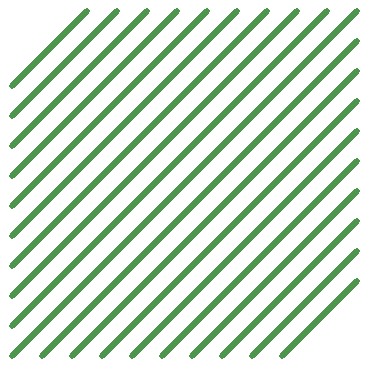
<source format=gbr>
G04 #@! TF.GenerationSoftware,KiCad,Pcbnew,(5.1.2)-1*
G04 #@! TF.CreationDate,2020-03-13T00:19:03-07:00*
G04 #@! TF.ProjectId,progrmmable-load,70726f67-726d-46d6-9162-6c652d6c6f61,rev?*
G04 #@! TF.SameCoordinates,Original*
G04 #@! TF.FileFunction,Legend,Bot*
G04 #@! TF.FilePolarity,Positive*
%FSLAX46Y46*%
G04 Gerber Fmt 4.6, Leading zero omitted, Abs format (unit mm)*
G04 Created by KiCad (PCBNEW (5.1.2)-1) date 2020-03-13 00:19:03*
%MOMM*%
%LPD*%
G04 APERTURE LIST*
%ADD10C,0.508000*%
G04 APERTURE END LIST*
D10*
X144780000Y-111125000D02*
X151130000Y-104775000D01*
X144780000Y-113665000D02*
X151130000Y-107315000D01*
X144780000Y-116205000D02*
X151130000Y-109855000D01*
X144780000Y-118745000D02*
X151130000Y-112395000D01*
X144780000Y-121285000D02*
X151130000Y-114935000D01*
X144780000Y-123825000D02*
X151130000Y-117475000D01*
X144780000Y-126365000D02*
X151130000Y-120015000D01*
X144780000Y-128905000D02*
X151130000Y-122555000D01*
X144780000Y-131445000D02*
X151130000Y-125095000D01*
X144780000Y-133985000D02*
X151130000Y-127635000D01*
X142240000Y-111125000D02*
X148590000Y-104775000D01*
X142240000Y-113665000D02*
X148590000Y-107315000D01*
X142240000Y-116205000D02*
X148590000Y-109855000D01*
X142240000Y-118745000D02*
X148590000Y-112395000D01*
X142240000Y-121285000D02*
X148590000Y-114935000D01*
X142240000Y-123825000D02*
X148590000Y-117475000D01*
X142240000Y-126365000D02*
X148590000Y-120015000D01*
X142240000Y-128905000D02*
X148590000Y-122555000D01*
X142240000Y-131445000D02*
X148590000Y-125095000D01*
X142240000Y-133985000D02*
X148590000Y-127635000D01*
X139700000Y-111125000D02*
X146050000Y-104775000D01*
X139700000Y-113665000D02*
X146050000Y-107315000D01*
X139700000Y-116205000D02*
X146050000Y-109855000D01*
X139700000Y-118745000D02*
X146050000Y-112395000D01*
X139700000Y-121285000D02*
X146050000Y-114935000D01*
X139700000Y-123825000D02*
X146050000Y-117475000D01*
X139700000Y-126365000D02*
X146050000Y-120015000D01*
X139700000Y-128905000D02*
X146050000Y-122555000D01*
X139700000Y-131445000D02*
X146050000Y-125095000D01*
X139700000Y-133985000D02*
X146050000Y-127635000D01*
X137160000Y-111125000D02*
X143510000Y-104775000D01*
X137160000Y-113665000D02*
X143510000Y-107315000D01*
X137160000Y-116205000D02*
X143510000Y-109855000D01*
X137160000Y-118745000D02*
X143510000Y-112395000D01*
X137160000Y-121285000D02*
X143510000Y-114935000D01*
X137160000Y-123825000D02*
X143510000Y-117475000D01*
X137160000Y-126365000D02*
X143510000Y-120015000D01*
X137160000Y-128905000D02*
X143510000Y-122555000D01*
X137160000Y-131445000D02*
X143510000Y-125095000D01*
X137160000Y-133985000D02*
X143510000Y-127635000D01*
X134620000Y-111125000D02*
X140970000Y-104775000D01*
X134620000Y-113665000D02*
X140970000Y-107315000D01*
X134620000Y-116205000D02*
X140970000Y-109855000D01*
X134620000Y-118745000D02*
X140970000Y-112395000D01*
X134620000Y-121285000D02*
X140970000Y-114935000D01*
X134620000Y-123825000D02*
X140970000Y-117475000D01*
X134620000Y-126365000D02*
X140970000Y-120015000D01*
X134620000Y-128905000D02*
X140970000Y-122555000D01*
X134620000Y-131445000D02*
X140970000Y-125095000D01*
X134620000Y-133985000D02*
X140970000Y-127635000D01*
X132080000Y-111125000D02*
X138430000Y-104775000D01*
X132080000Y-113665000D02*
X138430000Y-107315000D01*
X132080000Y-116205000D02*
X138430000Y-109855000D01*
X132080000Y-118745000D02*
X138430000Y-112395000D01*
X132080000Y-121285000D02*
X138430000Y-114935000D01*
X132080000Y-123825000D02*
X138430000Y-117475000D01*
X132080000Y-126365000D02*
X138430000Y-120015000D01*
X132080000Y-128905000D02*
X138430000Y-122555000D01*
X132080000Y-131445000D02*
X138430000Y-125095000D01*
X132080000Y-133985000D02*
X138430000Y-127635000D01*
X129540000Y-111125000D02*
X135890000Y-104775000D01*
X129540000Y-113665000D02*
X135890000Y-107315000D01*
X129540000Y-116205000D02*
X135890000Y-109855000D01*
X129540000Y-118745000D02*
X135890000Y-112395000D01*
X129540000Y-121285000D02*
X135890000Y-114935000D01*
X129540000Y-123825000D02*
X135890000Y-117475000D01*
X129540000Y-126365000D02*
X135890000Y-120015000D01*
X129540000Y-128905000D02*
X135890000Y-122555000D01*
X129540000Y-131445000D02*
X135890000Y-125095000D01*
X129540000Y-133985000D02*
X135890000Y-127635000D01*
X127000000Y-111125000D02*
X133350000Y-104775000D01*
X127000000Y-113665000D02*
X133350000Y-107315000D01*
X127000000Y-116205000D02*
X133350000Y-109855000D01*
X127000000Y-118745000D02*
X133350000Y-112395000D01*
X127000000Y-121285000D02*
X133350000Y-114935000D01*
X127000000Y-123825000D02*
X133350000Y-117475000D01*
X127000000Y-126365000D02*
X133350000Y-120015000D01*
X127000000Y-128905000D02*
X133350000Y-122555000D01*
X127000000Y-131445000D02*
X133350000Y-125095000D01*
X127000000Y-133985000D02*
X133350000Y-127635000D01*
X124460000Y-111125000D02*
X130810000Y-104775000D01*
X124460000Y-113665000D02*
X130810000Y-107315000D01*
X124460000Y-116205000D02*
X130810000Y-109855000D01*
X124460000Y-118745000D02*
X130810000Y-112395000D01*
X124460000Y-121285000D02*
X130810000Y-114935000D01*
X124460000Y-123825000D02*
X130810000Y-117475000D01*
X124460000Y-126365000D02*
X130810000Y-120015000D01*
X124460000Y-128905000D02*
X130810000Y-122555000D01*
X124460000Y-131445000D02*
X130810000Y-125095000D01*
X124460000Y-133985000D02*
X130810000Y-127635000D01*
X121920000Y-111125000D02*
X128270000Y-104775000D01*
X121920000Y-113665000D02*
X128270000Y-107315000D01*
X121920000Y-116205000D02*
X128270000Y-109855000D01*
X121920000Y-118745000D02*
X128270000Y-112395000D01*
X121920000Y-121285000D02*
X128270000Y-114935000D01*
X121920000Y-123825000D02*
X128270000Y-117475000D01*
X121920000Y-126365000D02*
X128270000Y-120015000D01*
X121920000Y-128905000D02*
X128270000Y-122555000D01*
X121920000Y-131445000D02*
X128270000Y-125095000D01*
X121920000Y-133985000D02*
X128270000Y-127635000D01*
M02*

</source>
